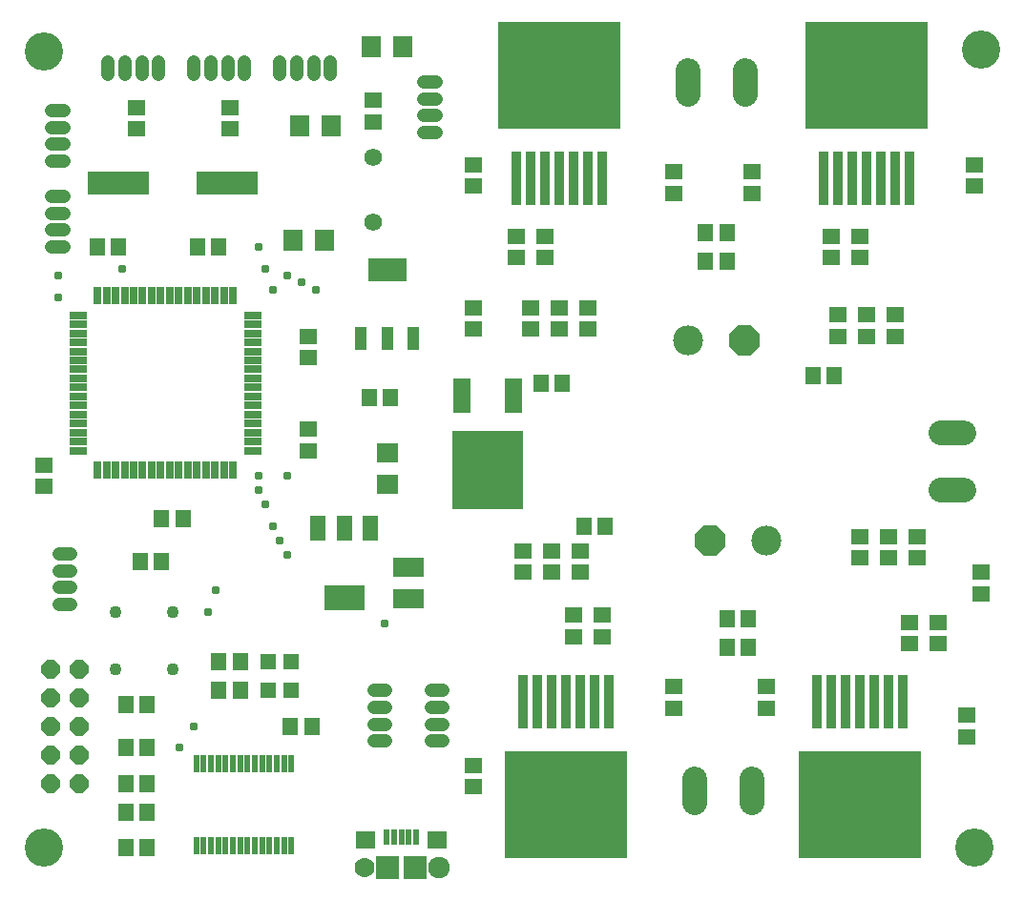
<source format=gbr>
G04 EAGLE Gerber RS-274X export*
G75*
%MOMM*%
%FSLAX34Y34*%
%LPD*%
%INSoldermask Top*%
%IPPOS*%
%AMOC8*
5,1,8,0,0,1.08239X$1,22.5*%
G01*
%ADD10C,3.390900*%
%ADD11R,1.627000X1.427000*%
%ADD12R,1.427000X1.627000*%
%ADD13C,2.667000*%
%ADD14P,2.886734X8X202.500000*%
%ADD15P,2.886734X8X22.500000*%
%ADD16C,1.177000*%
%ADD17R,0.927000X4.727000*%
%ADD18R,10.927000X9.527000*%
%ADD19R,0.527000X1.477000*%
%ADD20R,1.727000X1.527000*%
%ADD21R,2.027000X2.027000*%
%ADD22C,1.777000*%
%ADD23C,1.927000*%
%ADD24P,1.787026X8X112.500000*%
%ADD25R,1.327000X1.327000*%
%ADD26C,1.102000*%
%ADD27R,1.589000X0.644200*%
%ADD28R,0.644200X1.589000*%
%ADD29R,0.527000X1.627000*%
%ADD30C,2.227000*%
%ADD31R,5.461000X2.057400*%
%ADD32R,1.060900X2.092100*%
%ADD33R,3.360900X2.092100*%
%ADD34R,1.727000X1.927000*%
%ADD35C,1.577000*%
%ADD36R,1.327000X2.327000*%
%ADD37R,3.627000X2.327000*%
%ADD38R,1.927000X1.727000*%
%ADD39R,2.827000X1.727000*%
%ADD40R,1.627000X3.127000*%
%ADD41R,6.377000X6.927000*%
%ADD42C,0.781000*%


D10*
X31750Y739140D03*
X863600Y740410D03*
X857250Y31750D03*
X31750Y31750D03*
D11*
X660400Y631800D03*
X660400Y612800D03*
X787400Y504800D03*
X787400Y485800D03*
X736600Y504800D03*
X736600Y485800D03*
D12*
X619150Y577850D03*
X638150Y577850D03*
D11*
X590550Y612800D03*
X590550Y631800D03*
X412750Y638150D03*
X412750Y619150D03*
X514350Y511150D03*
X514350Y492150D03*
X463550Y511150D03*
X463550Y492150D03*
D13*
X672700Y304800D03*
D14*
X622700Y304800D03*
D12*
X657200Y209550D03*
X638200Y209550D03*
D11*
X673100Y174600D03*
X673100Y155600D03*
X850900Y130200D03*
X850900Y149200D03*
X781050Y288950D03*
X781050Y307950D03*
X806450Y288950D03*
X806450Y307950D03*
D12*
X657200Y234950D03*
X638200Y234950D03*
D11*
X412750Y104750D03*
X412750Y85750D03*
X590550Y155600D03*
X590550Y174600D03*
X482600Y276250D03*
X482600Y295250D03*
X508000Y276250D03*
X508000Y295250D03*
D12*
X250850Y139700D03*
X269850Y139700D03*
X123800Y31750D03*
X104800Y31750D03*
X123800Y88900D03*
X104800Y88900D03*
X123800Y63500D03*
X104800Y63500D03*
D13*
X603650Y482600D03*
D15*
X653650Y482600D03*
D12*
X619150Y552450D03*
X638150Y552450D03*
D11*
X857250Y619150D03*
X857250Y638150D03*
D16*
X379900Y666750D02*
X369400Y666750D01*
X369400Y681750D02*
X379900Y681750D01*
X379900Y696750D02*
X369400Y696750D01*
X369400Y711750D02*
X379900Y711750D01*
X375750Y171450D02*
X386250Y171450D01*
X386250Y156450D02*
X375750Y156450D01*
X375750Y141450D02*
X386250Y141450D01*
X386250Y126450D02*
X375750Y126450D01*
D17*
X762000Y626250D03*
D18*
X762000Y717750D03*
D17*
X749300Y626250D03*
X736600Y626250D03*
X774700Y626250D03*
X787400Y626250D03*
X800100Y626250D03*
X723900Y626250D03*
X488950Y626250D03*
D18*
X488950Y717750D03*
D17*
X476250Y626250D03*
X463550Y626250D03*
X501650Y626250D03*
X514350Y626250D03*
X527050Y626250D03*
X450850Y626250D03*
X755650Y161150D03*
D18*
X755650Y69650D03*
D17*
X768350Y161150D03*
X781050Y161150D03*
X742950Y161150D03*
X730250Y161150D03*
X717550Y161150D03*
X793750Y161150D03*
X495300Y161150D03*
D18*
X495300Y69650D03*
D17*
X508000Y161150D03*
X520700Y161150D03*
X482600Y161150D03*
X469900Y161150D03*
X457200Y161150D03*
X533400Y161150D03*
D19*
X336250Y41228D03*
X342750Y41228D03*
X349250Y41228D03*
X355750Y41228D03*
X362250Y41228D03*
D20*
X317250Y38978D03*
X381250Y38978D03*
D21*
X337250Y14478D03*
X361250Y14478D03*
D22*
X316250Y14478D03*
D23*
X382250Y14478D03*
D24*
X63500Y88900D03*
X38100Y88900D03*
X63500Y114300D03*
X38100Y114300D03*
X63500Y139700D03*
X38100Y139700D03*
X63500Y165100D03*
X38100Y165100D03*
X63500Y190500D03*
X38100Y190500D03*
D25*
X230800Y171450D03*
X251800Y171450D03*
X230800Y196850D03*
X251800Y196850D03*
D12*
X123800Y158750D03*
X104800Y158750D03*
D11*
X863600Y276200D03*
X863600Y257200D03*
X755650Y307950D03*
X755650Y288950D03*
D12*
X530200Y317500D03*
X511200Y317500D03*
D11*
X825500Y231750D03*
X825500Y212750D03*
X457200Y295250D03*
X457200Y276250D03*
X501650Y238100D03*
X501650Y219100D03*
X527050Y238100D03*
X527050Y219100D03*
X800100Y212750D03*
X800100Y231750D03*
D12*
X206350Y171450D03*
X187350Y171450D03*
X206350Y196850D03*
X187350Y196850D03*
X714400Y450850D03*
X733400Y450850D03*
D11*
X762000Y485800D03*
X762000Y504800D03*
X412750Y511150D03*
X412750Y492150D03*
X730250Y555650D03*
X730250Y574650D03*
X488950Y492150D03*
X488950Y511150D03*
X476250Y555650D03*
X476250Y574650D03*
X450850Y555650D03*
X450850Y574650D03*
X755650Y574650D03*
X755650Y555650D03*
D26*
X146050Y241300D03*
X146050Y190500D03*
X95250Y190500D03*
X95250Y241300D03*
D27*
X62230Y504500D03*
X62230Y496500D03*
X62230Y488500D03*
X62230Y480500D03*
X62230Y472500D03*
X62230Y464500D03*
X62230Y456500D03*
X62230Y448500D03*
X62230Y440500D03*
X62230Y432500D03*
X62230Y424500D03*
X62230Y416500D03*
X62230Y408500D03*
X62230Y400500D03*
X62230Y392500D03*
X62230Y384500D03*
D28*
X79700Y367030D03*
X87700Y367030D03*
X95700Y367030D03*
X103700Y367030D03*
X111700Y367030D03*
X119700Y367030D03*
X127700Y367030D03*
X135700Y367030D03*
X143700Y367030D03*
X151700Y367030D03*
X159700Y367030D03*
X167700Y367030D03*
X175700Y367030D03*
X183700Y367030D03*
X191700Y367030D03*
X199700Y367030D03*
D27*
X217170Y384500D03*
X217170Y392500D03*
X217170Y400500D03*
X217170Y408500D03*
X217170Y416500D03*
X217170Y424500D03*
X217170Y432500D03*
X217170Y440500D03*
X217170Y448500D03*
X217170Y456500D03*
X217170Y464500D03*
X217170Y472500D03*
X217170Y480500D03*
X217170Y488500D03*
X217170Y496500D03*
X217170Y504500D03*
D28*
X199700Y521970D03*
X191700Y521970D03*
X183700Y521970D03*
X175700Y521970D03*
X167700Y521970D03*
X159700Y521970D03*
X151700Y521970D03*
X143700Y521970D03*
X135700Y521970D03*
X127700Y521970D03*
X119700Y521970D03*
X111700Y521970D03*
X103700Y521970D03*
X95700Y521970D03*
X87700Y521970D03*
X79700Y521970D03*
D29*
X167300Y33600D03*
X173800Y33600D03*
X180300Y33600D03*
X186800Y33600D03*
X193300Y33600D03*
X199800Y33600D03*
X206300Y33600D03*
X212800Y33600D03*
X219300Y33600D03*
X225800Y33600D03*
X232300Y33600D03*
X238800Y33600D03*
X245300Y33600D03*
X251800Y33600D03*
X251800Y106100D03*
X245300Y106100D03*
X238800Y106100D03*
X232300Y106100D03*
X225800Y106100D03*
X219300Y106100D03*
X212800Y106100D03*
X206300Y106100D03*
X199800Y106100D03*
X193300Y106100D03*
X186800Y106100D03*
X180300Y106100D03*
X173800Y106100D03*
X167300Y106100D03*
D30*
X654050Y700700D02*
X654050Y721700D01*
X603250Y721700D02*
X603250Y700700D01*
X660400Y93050D02*
X660400Y72050D01*
X609600Y72050D02*
X609600Y93050D01*
D31*
X194310Y622300D03*
X97790Y622300D03*
D32*
X313550Y484124D03*
X336550Y484124D03*
X359550Y484124D03*
D33*
X336550Y544576D03*
D12*
X339700Y431800D03*
X320700Y431800D03*
D34*
X280700Y571500D03*
X252700Y571500D03*
D35*
X323850Y644950D03*
X323850Y586950D03*
D34*
X287050Y673100D03*
X259050Y673100D03*
X322550Y742950D03*
X350550Y742950D03*
D11*
X323850Y676300D03*
X323850Y695300D03*
X114300Y669950D03*
X114300Y688950D03*
X196850Y669950D03*
X196850Y688950D03*
D12*
X104800Y120650D03*
X123800Y120650D03*
X168300Y565150D03*
X187300Y565150D03*
D11*
X266700Y485750D03*
X266700Y466750D03*
X266700Y403200D03*
X266700Y384200D03*
X31750Y371450D03*
X31750Y352450D03*
D12*
X155550Y323850D03*
X136550Y323850D03*
X98400Y565150D03*
X79400Y565150D03*
D36*
X298450Y315800D03*
X275450Y315800D03*
X321450Y315800D03*
D37*
X298450Y253800D03*
D38*
X336550Y382300D03*
X336550Y354300D03*
D39*
X355600Y252700D03*
X355600Y280700D03*
D16*
X335450Y171450D02*
X324950Y171450D01*
X324950Y156450D02*
X335450Y156450D01*
X335450Y141450D02*
X324950Y141450D01*
X324950Y126450D02*
X335450Y126450D01*
X286300Y718650D02*
X286300Y729150D01*
X271300Y729150D02*
X271300Y718650D01*
X256300Y718650D02*
X256300Y729150D01*
X241300Y729150D02*
X241300Y718650D01*
X210100Y718650D02*
X210100Y729150D01*
X195100Y729150D02*
X195100Y718650D01*
X180100Y718650D02*
X180100Y729150D01*
X165100Y729150D02*
X165100Y718650D01*
X133900Y718650D02*
X133900Y729150D01*
X118900Y729150D02*
X118900Y718650D01*
X103900Y718650D02*
X103900Y729150D01*
X88900Y729150D02*
X88900Y718650D01*
X49700Y686350D02*
X39200Y686350D01*
X39200Y671350D02*
X49700Y671350D01*
X49700Y656350D02*
X39200Y656350D01*
X39200Y641350D02*
X49700Y641350D01*
X49700Y610150D02*
X39200Y610150D01*
X39200Y595150D02*
X49700Y595150D01*
X49700Y580150D02*
X39200Y580150D01*
X39200Y565150D02*
X49700Y565150D01*
X45550Y292650D02*
X56050Y292650D01*
X56050Y277650D02*
X45550Y277650D01*
X45550Y262650D02*
X56050Y262650D01*
X56050Y247650D02*
X45550Y247650D01*
D12*
X136500Y285750D03*
X117500Y285750D03*
D40*
X448310Y433250D03*
D41*
X425450Y367250D03*
D40*
X402590Y433250D03*
D12*
X492100Y444500D03*
X473100Y444500D03*
D30*
X827700Y349250D02*
X848700Y349250D01*
X848700Y400050D02*
X827700Y400050D01*
D42*
X101600Y546100D03*
X247650Y361950D03*
X152400Y120650D03*
X164841Y139441D03*
X177800Y241300D03*
X184150Y260350D03*
X334025Y231125D03*
X273050Y527050D03*
X260350Y534132D03*
X247650Y539524D03*
X234950Y527050D03*
X228600Y546100D03*
X222250Y565376D03*
X222250Y361950D03*
X222250Y349250D03*
X228600Y336550D03*
X234950Y317500D03*
X241300Y304800D03*
X247650Y292100D03*
X44450Y539750D03*
X44450Y520700D03*
M02*

</source>
